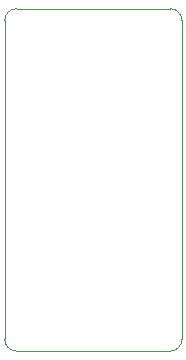
<source format=gbr>
%TF.GenerationSoftware,KiCad,Pcbnew,9.0.2*%
%TF.CreationDate,2025-08-20T02:55:48+06:00*%
%TF.ProjectId,hp3478a-fram-6l,68703334-3738-4612-9d66-72616d2d366c,rev?*%
%TF.SameCoordinates,Original*%
%TF.FileFunction,Profile,NP*%
%FSLAX46Y46*%
G04 Gerber Fmt 4.6, Leading zero omitted, Abs format (unit mm)*
G04 Created by KiCad (PCBNEW 9.0.2) date 2025-08-20 02:55:48*
%MOMM*%
%LPD*%
G01*
G04 APERTURE LIST*
%TA.AperFunction,Profile*%
%ADD10C,0.050000*%
%TD*%
G04 APERTURE END LIST*
D10*
X146000000Y-56000000D02*
X146000000Y-83000000D01*
X131000000Y-56000000D02*
G75*
G02*
X132000000Y-55000000I1000000J0D01*
G01*
X132000000Y-55000000D02*
X145000000Y-55000000D01*
X146000000Y-83000000D02*
G75*
G02*
X145000000Y-84000000I-1000000J0D01*
G01*
X132000000Y-84000000D02*
G75*
G02*
X131000000Y-83000000I0J1000000D01*
G01*
X145000000Y-55000000D02*
G75*
G02*
X146000000Y-56000000I0J-1000000D01*
G01*
X145000000Y-84000000D02*
X132000000Y-84000000D01*
X131000000Y-83000000D02*
X131000000Y-56000000D01*
M02*

</source>
